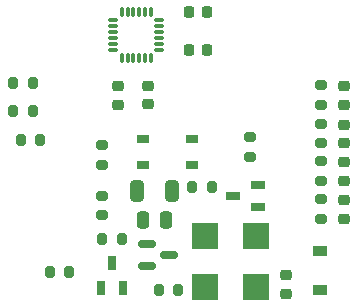
<source format=gbr>
%TF.GenerationSoftware,KiCad,Pcbnew,(6.0.9)*%
%TF.CreationDate,2023-11-13T03:08:14-05:00*%
%TF.ProjectId,ALRT_v1,414c5254-5f76-4312-9e6b-696361645f70,rev?*%
%TF.SameCoordinates,Original*%
%TF.FileFunction,Paste,Top*%
%TF.FilePolarity,Positive*%
%FSLAX46Y46*%
G04 Gerber Fmt 4.6, Leading zero omitted, Abs format (unit mm)*
G04 Created by KiCad (PCBNEW (6.0.9)) date 2023-11-13 03:08:14*
%MOMM*%
%LPD*%
G01*
G04 APERTURE LIST*
G04 Aperture macros list*
%AMRoundRect*
0 Rectangle with rounded corners*
0 $1 Rounding radius*
0 $2 $3 $4 $5 $6 $7 $8 $9 X,Y pos of 4 corners*
0 Add a 4 corners polygon primitive as box body*
4,1,4,$2,$3,$4,$5,$6,$7,$8,$9,$2,$3,0*
0 Add four circle primitives for the rounded corners*
1,1,$1+$1,$2,$3*
1,1,$1+$1,$4,$5*
1,1,$1+$1,$6,$7*
1,1,$1+$1,$8,$9*
0 Add four rect primitives between the rounded corners*
20,1,$1+$1,$2,$3,$4,$5,0*
20,1,$1+$1,$4,$5,$6,$7,0*
20,1,$1+$1,$6,$7,$8,$9,0*
20,1,$1+$1,$8,$9,$2,$3,0*%
G04 Aperture macros list end*
%ADD10RoundRect,0.200000X0.275000X-0.200000X0.275000X0.200000X-0.275000X0.200000X-0.275000X-0.200000X0*%
%ADD11RoundRect,0.200000X0.200000X0.275000X-0.200000X0.275000X-0.200000X-0.275000X0.200000X-0.275000X0*%
%ADD12R,1.050000X0.650000*%
%ADD13RoundRect,0.200000X-0.200000X-0.275000X0.200000X-0.275000X0.200000X0.275000X-0.200000X0.275000X0*%
%ADD14RoundRect,0.150000X-0.587500X-0.150000X0.587500X-0.150000X0.587500X0.150000X-0.587500X0.150000X0*%
%ADD15R,1.200000X0.900000*%
%ADD16RoundRect,0.225000X-0.250000X0.225000X-0.250000X-0.225000X0.250000X-0.225000X0.250000X0.225000X0*%
%ADD17RoundRect,0.250000X0.325000X0.650000X-0.325000X0.650000X-0.325000X-0.650000X0.325000X-0.650000X0*%
%ADD18RoundRect,0.250000X0.250000X0.475000X-0.250000X0.475000X-0.250000X-0.475000X0.250000X-0.475000X0*%
%ADD19R,2.300000X2.300000*%
%ADD20RoundRect,0.042000X0.258000X-0.573000X0.258000X0.573000X-0.258000X0.573000X-0.258000X-0.573000X0*%
%ADD21RoundRect,0.225000X-0.225000X-0.250000X0.225000X-0.250000X0.225000X0.250000X-0.225000X0.250000X0*%
%ADD22RoundRect,0.218750X-0.256250X0.218750X-0.256250X-0.218750X0.256250X-0.218750X0.256250X0.218750X0*%
%ADD23RoundRect,0.200000X-0.275000X0.200000X-0.275000X-0.200000X0.275000X-0.200000X0.275000X0.200000X0*%
%ADD24RoundRect,0.075000X-0.350000X-0.075000X0.350000X-0.075000X0.350000X0.075000X-0.350000X0.075000X0*%
%ADD25RoundRect,0.075000X0.075000X-0.350000X0.075000X0.350000X-0.075000X0.350000X-0.075000X-0.350000X0*%
%ADD26RoundRect,0.042000X0.573000X0.258000X-0.573000X0.258000X-0.573000X-0.258000X0.573000X-0.258000X0*%
G04 APERTURE END LIST*
D10*
%TO.C,R14*%
X117678200Y-85584800D03*
X117678200Y-83934800D03*
%TD*%
D11*
%TO.C,R13*%
X109919000Y-96875600D03*
X111569000Y-96875600D03*
%TD*%
D12*
%TO.C,SW1*%
X108602100Y-84091200D03*
X112752100Y-84091200D03*
X108602100Y-86241200D03*
X112752100Y-86241200D03*
%TD*%
D13*
%TO.C,R12*%
X105118400Y-92506800D03*
X106768400Y-92506800D03*
%TD*%
D14*
%TO.C,Q3*%
X108942900Y-92928400D03*
X108942900Y-94828400D03*
X110817900Y-93878400D03*
%TD*%
D15*
%TO.C,D5*%
X123571000Y-96823800D03*
X123571000Y-93523800D03*
%TD*%
D16*
%TO.C,C7*%
X120650000Y-95618000D03*
X120650000Y-97168000D03*
%TD*%
D17*
%TO.C,C6*%
X110999800Y-88468200D03*
X108049800Y-88468200D03*
%TD*%
D18*
%TO.C,C1*%
X110500200Y-90906600D03*
X108600200Y-90906600D03*
%TD*%
D19*
%TO.C,L1*%
X113851800Y-92312600D03*
X113851800Y-96612600D03*
X118151800Y-96612600D03*
X118151800Y-92312600D03*
%TD*%
D16*
%TO.C,C2*%
X106476800Y-79616000D03*
X106476800Y-81166000D03*
%TD*%
D10*
%TO.C,R1*%
X123621800Y-81190600D03*
X123621800Y-79540600D03*
%TD*%
D20*
%TO.C,Q2*%
X105018800Y-96665600D03*
X106918800Y-96665600D03*
X105968800Y-94545600D03*
%TD*%
D21*
%TO.C,C5*%
X114033600Y-73355200D03*
X112483600Y-73355200D03*
%TD*%
D10*
%TO.C,R3*%
X123621800Y-87616800D03*
X123621800Y-85966800D03*
%TD*%
D22*
%TO.C,D1*%
X125603000Y-79628900D03*
X125603000Y-81203900D03*
%TD*%
%TO.C,D2*%
X125603000Y-82854700D03*
X125603000Y-84429700D03*
%TD*%
D16*
%TO.C,C4*%
X109042200Y-79590600D03*
X109042200Y-81140600D03*
%TD*%
D13*
%TO.C,R11*%
X100673400Y-95377000D03*
X102323400Y-95377000D03*
%TD*%
%TO.C,R10*%
X97600000Y-81711800D03*
X99250000Y-81711800D03*
%TD*%
D10*
%TO.C,R4*%
X123621800Y-90842600D03*
X123621800Y-89192600D03*
%TD*%
D22*
%TO.C,D4*%
X125603000Y-90855900D03*
X125603000Y-89280900D03*
%TD*%
D23*
%TO.C,R7*%
X105130600Y-88862400D03*
X105130600Y-90512400D03*
%TD*%
D13*
%TO.C,R8*%
X98221800Y-84201000D03*
X99871800Y-84201000D03*
%TD*%
D10*
%TO.C,R6*%
X105130600Y-86245200D03*
X105130600Y-84595200D03*
%TD*%
D11*
%TO.C,R5*%
X114413800Y-88112600D03*
X112763800Y-88112600D03*
%TD*%
D13*
%TO.C,R9*%
X97600000Y-79375000D03*
X99250000Y-79375000D03*
%TD*%
D24*
%TO.C,U2*%
X106076200Y-74035600D03*
X106076200Y-74535600D03*
X106076200Y-75035600D03*
X106076200Y-75535600D03*
X106076200Y-76035600D03*
X106076200Y-76535600D03*
D25*
X106776200Y-77235600D03*
X107276200Y-77235600D03*
X107776200Y-77235600D03*
X108276200Y-77235600D03*
X108776200Y-77235600D03*
X109276200Y-77235600D03*
D24*
X109976200Y-76535600D03*
X109976200Y-76035600D03*
X109976200Y-75535600D03*
X109976200Y-75035600D03*
X109976200Y-74535600D03*
X109976200Y-74035600D03*
D25*
X109276200Y-73335600D03*
X108776200Y-73335600D03*
X108276200Y-73335600D03*
X107776200Y-73335600D03*
X107276200Y-73335600D03*
X106776200Y-73335600D03*
%TD*%
D22*
%TO.C,D3*%
X125603000Y-86029700D03*
X125603000Y-87604700D03*
%TD*%
D10*
%TO.C,R2*%
X123621800Y-84416400D03*
X123621800Y-82766400D03*
%TD*%
D21*
%TO.C,C3*%
X112458200Y-76581000D03*
X114008200Y-76581000D03*
%TD*%
D26*
%TO.C,Q1*%
X118331800Y-89875400D03*
X118331800Y-87975400D03*
X116211800Y-88925400D03*
%TD*%
M02*

</source>
